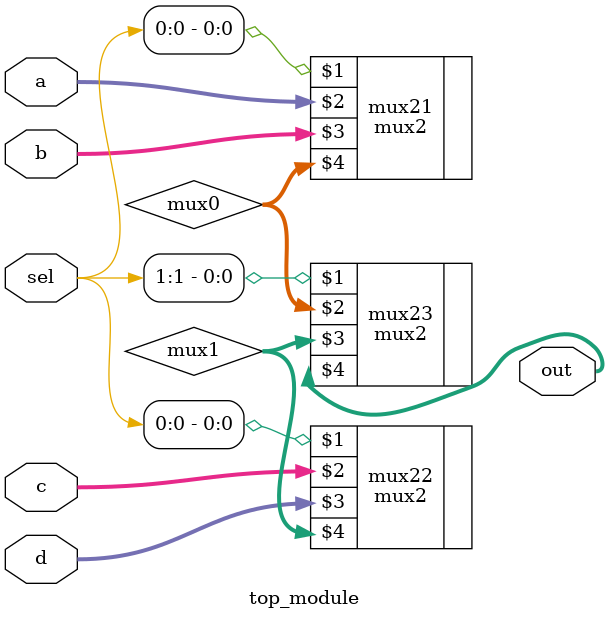
<source format=v>
module top_module (
    input [1:0] sel,
    input [7:0] a,
    input [7:0] b,
    input [7:0] c,
    input [7:0] d,
    output [7:0] out  ); 

    wire[7:0] mux0, mux1;
    mux2 mux21 ( sel[0],a,b, mux0 );
    mux2 mux22 ( sel[0],c,d, mux1 );
    mux2 mux23 ( sel[1],mux0,mux1,out );

endmodule
</source>
